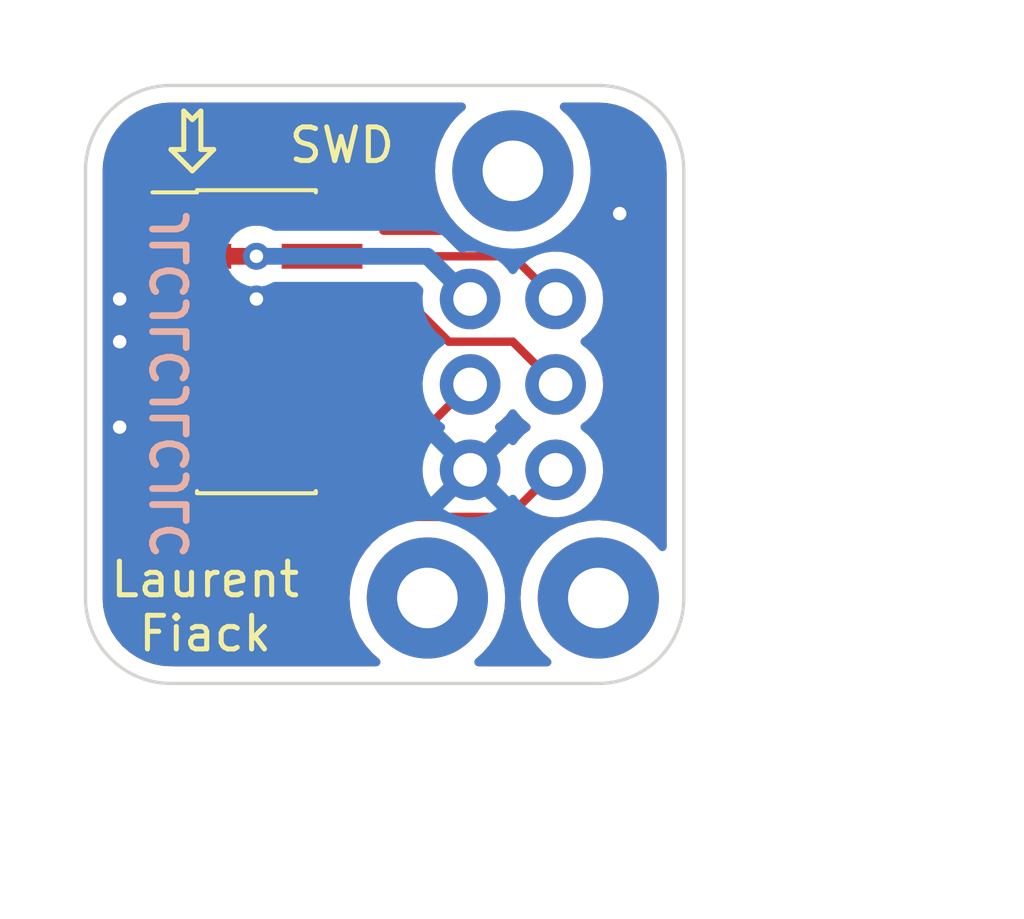
<source format=kicad_pcb>
(kicad_pcb (version 20211014) (generator pcbnew)
  (layers (0 "F.Cu" signal) (31 "B.Cu" signal) (34 "B.Paste" user) (35 "F.Paste" user) (36 "B.SilkS" user "B.Silkscreen") (37 "F.SilkS" user "F.Silkscreen") (38 "B.Mask" user) (39 "F.Mask" user) (44 "Edge.Cuts" user))
  (net 0 "")
  (net 1 "VCC")
  (net 2 "SWDIO")
  (net 3 "NRST")
  (net 4 "SWCLK")
  (net 5 "GND")
  (net 6 "SWO")
  (footprint "Connector_PinHeader_1.27mm:PinHeader_2x07_P1.27mm_Vertical_SMD" (layer "F.Cu") (at 101.6 49.53)
    (fp_text reference "J2")
    (fp_text value "STLINK")
    (fp_line (start 1.765 -4.505) (end 1.765 -4.44) (layer "F.SilkS") (width 0.12))
    (fp_line (start -1.765 -4.505) (end -1.765 -4.44) (layer "F.SilkS") (width 0.12))
    (fp_line (start -1.765 -4.505) (end 1.765 -4.505) (layer "F.SilkS") (width 0.12))
    (fp_line (start -1.765 4.44) (end -1.765 4.505) (layer "F.SilkS") (width 0.12))
    (fp_line (start -1.765 4.505) (end 1.765 4.505) (layer "F.SilkS") (width 0.12))
    (fp_line (start -3.09 -4.44) (end -1.765 -4.44) (layer "F.SilkS") (width 0.12))
    (fp_line (start 1.765 4.44) (end 1.765 4.505) (layer "F.SilkS") (width 0.12))
    (pad "1" smd rect (at -1.95 -3.81) (size 2.4 0.74) (layers "F.Cu" "F.Paste" "F.Mask"))
    (pad "2" smd rect (at 1.95 -3.81) (size 2.4 0.74) (layers "F.Cu" "F.Paste" "F.Mask"))
    (pad "3" smd rect (at -1.95 -2.54) (size 2.4 0.74) (layers "F.Cu" "F.Paste" "F.Mask") (net 1 "VCC"))
    (pad "4" smd rect (at 1.95 -2.54) (size 2.4 0.74) (layers "F.Cu" "F.Paste" "F.Mask") (net 2 "SWDIO"))
    (pad "5" smd rect (at -1.95 -1.27) (size 2.4 0.74) (layers "F.Cu" "F.Paste" "F.Mask") (net 5 "GND"))
    (pad "6" smd rect (at 1.95 -1.27) (size 2.4 0.74) (layers "F.Cu" "F.Paste" "F.Mask") (net 4 "SWCLK"))
    (pad "7" smd rect (at -1.95 0) (size 2.4 0.74) (layers "F.Cu" "F.Paste" "F.Mask") (net 5 "GND"))
    (pad "8" smd rect (at 1.95 0) (size 2.4 0.74) (layers "F.Cu" "F.Paste" "F.Mask") (net 6 "SWO"))
    (pad "9" smd rect (at -1.95 1.27) (size 2.4 0.74) (layers "F.Cu" "F.Paste" "F.Mask"))
    (pad "10" smd rect (at 1.95 1.27) (size 2.4 0.74) (layers "F.Cu" "F.Paste" "F.Mask"))
    (pad "11" smd rect (at -1.95 2.54) (size 2.4 0.74) (layers "F.Cu" "F.Paste" "F.Mask") (net 5 "GND"))
    (pad "12" smd rect (at 1.95 2.54) (size 2.4 0.74) (layers "F.Cu" "F.Paste" "F.Mask") (net 3 "NRST"))
    (pad "13" smd rect (at -1.95 3.81) (size 2.4 0.74) (layers "F.Cu" "F.Paste" "F.Mask"))
    (pad "14" smd rect (at 1.95 3.81) (size 2.4 0.74) (layers "F.Cu" "F.Paste" "F.Mask"))
  )
  (footprint "pogo_pin:pogo_6pin" (layer "F.Cu") (at 109.22 50.8)
    (fp_text reference "J1")
    (fp_text value "Solderless")
    (pad "" thru_hole circle (at -2.54 6.35) (size 3.6 3.6) (drill 1.8) (layers *.Cu *.Mask))
    (pad "" thru_hole circle (at 2.54 6.35) (size 3.6 3.6) (drill 1.8) (layers *.Cu *.Mask))
    (pad "" thru_hole circle (at 0 -6.35) (size 3.6 3.6) (drill 1.8) (layers *.Cu *.Mask))
    (pad "1" thru_hole circle (at -1.27 -2.54) (size 1.8 1.8) (drill 1) (layers *.Cu *.Mask) (net 1 "VCC"))
    (pad "2" thru_hole circle (at 1.27 -2.54) (size 1.8 1.8) (drill 1) (layers *.Cu *.Mask) (net 2 "SWDIO"))
    (pad "3" thru_hole circle (at -1.27 0) (size 1.8 1.8) (drill 1) (layers *.Cu *.Mask) (net 3 "NRST"))
    (pad "4" thru_hole circle (at 1.27 0) (size 1.8 1.8) (drill 1) (layers *.Cu *.Mask) (net 4 "SWCLK"))
    (pad "5" thru_hole circle (at -1.27 2.54) (size 1.8 1.8) (drill 1) (layers *.Cu *.Mask) (net 5 "GND"))
    (pad "6" thru_hole circle (at 1.27 2.54) (size 1.8 1.8) (drill 1) (layers *.Cu *.Mask) (net 6 "SWO"))
  )
  (gr_line (start 99.441 43.815) (end 99.441 42.672) (layer "F.SilkS") (width 0.15))
  (gr_line (start 99.949 42.672) (end 99.949 43.815) (layer "F.SilkS") (width 0.15))
  (gr_line (start 99.441 42.672) (end 99.695 42.926) (layer "F.SilkS") (width 0.15))
  (gr_line (start 99.949 43.815) (end 100.33 43.815) (layer "F.SilkS") (width 0.15))
  (gr_line (start 99.695 44.45) (end 100.33 43.815) (layer "F.SilkS") (width 0.15))
  (gr_line (start 99.695 44.45) (end 99.06 43.815) (layer "F.SilkS") (width 0.15))
  (gr_line (start 99.695 42.926) (end 99.949 42.672) (layer "F.SilkS") (width 0.15))
  (gr_line (start 99.441 43.815) (end 99.06 43.815) (layer "F.SilkS") (width 0.15))
  (gr_arc (start 96.52 44.45) (mid 97.263949 42.653949) (end 99.06 41.91) (layer "Edge.Cuts") (width 0.1))
  (gr_line (start 111.76 59.69) (end 99.06 59.69) (layer "Edge.Cuts") (width 0.1))
  (gr_arc (start 99.06 59.69) (mid 97.263949 58.946051) (end 96.52 57.15) (layer "Edge.Cuts") (width 0.1))
  (gr_line (start 114.3 44.45) (end 114.3 57.15) (layer "Edge.Cuts") (width 0.1))
  (gr_arc (start 114.3 57.15) (mid 113.556051 58.946051) (end 111.76 59.69) (layer "Edge.Cuts") (width 0.1))
  (gr_line (start 99.06 41.91) (end 111.76 41.91) (layer "Edge.Cuts") (width 0.1))
  (gr_line (start 96.52 44.45) (end 96.52 57.15) (layer "Edge.Cuts") (width 0.1))
  (gr_arc (start 111.76 41.91) (mid 113.556051 42.653949) (end 114.3 44.45) (layer "Edge.Cuts") (width 0.1))
  (gr_text "JLCJLCJLCJLC" (at 99.06 50.8 90) (layer "B.SilkS") (effects (font (size 1 1) (thickness 0.2)) (justify mirror)))
  (gr_text "Laurent\nFiack" (at 100.076 57.404) (layer "F.SilkS") (effects (font (size 1 1))))
  (gr_text "SWD\n" (at 104.14 43.688) (layer "F.SilkS") (effects (font (size 1 1))))
  (segment (start 101.6 46.99) (end 99.65 46.99) (width 0.5) (layer "F.Cu") (net 1))
  (via (at 101.6 46.99) (size 0.8) (drill 0.4) (layers "F.Cu" "B.Cu") (net 1))
  (segment (start 106.68 46.99) (end 101.6 46.99) (width 0.5) (layer "B.Cu") (net 1))
  (segment (start 107.95 48.26) (end 106.68 46.99) (width 0.5) (layer "B.Cu") (net 1))
  (segment (start 103.55 46.99) (end 109.22 46.99) (width 0.25) (layer "F.Cu") (net 2))
  (segment (start 109.22 46.99) (end 110.49 48.26) (width 0.25) (layer "F.Cu") (net 2))
  (segment (start 103.55 52.07) (end 106.68 52.07) (width 0.25) (layer "F.Cu") (net 3))
  (segment (start 106.68 52.07) (end 107.95 50.8) (width 0.25) (layer "F.Cu") (net 3))
  (segment (start 110.49 50.8) (end 109.22 49.53) (width 0.25) (layer "F.Cu") (net 4))
  (segment (start 109.22 49.53) (end 107.315 49.53) (width 0.25) (layer "F.Cu") (net 4))
  (segment (start 107.315 49.53) (end 106.045 48.26) (width 0.25) (layer "F.Cu") (net 4))
  (segment (start 106.045 48.26) (end 103.55 48.26) (width 0.25) (layer "F.Cu") (net 4))
  (via (at 97.536 52.07) (size 0.8) (drill 0.4) (layers "F.Cu" "B.Cu") (net 5))
  (via (at 112.395 45.72) (size 0.8) (drill 0.4) (layers "F.Cu" "B.Cu") (net 5))
  (via (at 101.6 48.26) (size 0.8) (drill 0.4) (layers "F.Cu" "B.Cu") (net 5))
  (via (at 97.536 49.53) (size 0.8) (drill 0.4) (layers "F.Cu" "B.Cu") (net 5))
  (via (at 97.536 48.26) (size 0.8) (drill 0.4) (layers "F.Cu" "B.Cu") (net 5))
  (segment (start 101.6 54.102) (end 102.235 54.737) (width 0.25) (layer "F.Cu") (net 6))
  (segment (start 103.55 49.53) (end 102.108 49.53) (width 0.25) (layer "F.Cu") (net 6))
  (segment (start 109.093 54.737) (end 110.49 53.34) (width 0.25) (layer "F.Cu") (net 6))
  (segment (start 102.108 49.53) (end 101.6 50.038) (width 0.25) (layer "F.Cu") (net 6))
  (segment (start 102.235 54.737) (end 109.093 54.737) (width 0.25) (layer "F.Cu") (net 6))
  (segment (start 101.6 50.038) (end 101.6 54.102) (width 0.25) (layer "F.Cu") (net 6))
  (zone (net 5) (net_name "GND") (layer "F.Cu") (connect_pads (clearance 0.508)) (min_thickness 0.254) (fill yes (thermal_gap 0.508) (thermal_bridge_width 0.508))
    (polygon (pts (xy 115.57 60.96) (xy 95.25 60.96) (xy 95.25 40.64) (xy 115.57 40.64)))
  )
  (zone (net 5) (net_name "GND") (layer "B.Cu") (connect_pads (clearance 0.508)) (min_thickness 0.254) (fill yes (thermal_gap 0.508) (thermal_bridge_width 0.508))
    (polygon (pts (xy 116.84 62.23) (xy 93.98 62.23) (xy 93.98 39.37) (xy 116.84 39.37)))
  )
)
</source>
